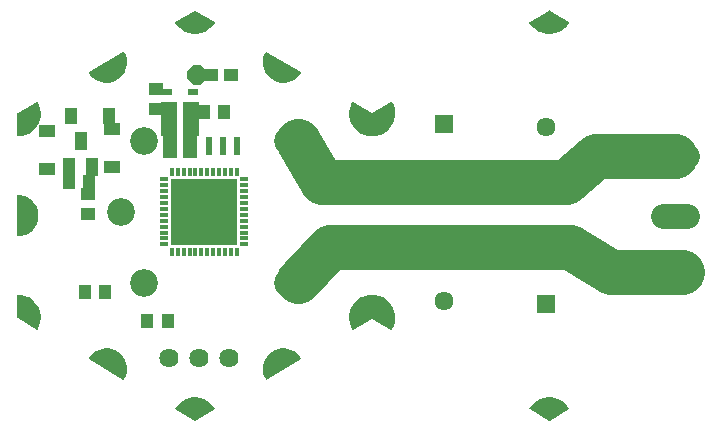
<source format=gbr>
G04 EAGLE Gerber RS-274X export*
G75*
%MOMM*%
%FSLAX34Y34*%
%LPD*%
%INSoldermask Bottom*%
%IPPOS*%
%AMOC8*
5,1,8,0,0,1.08239X$1,22.5*%
G01*
%ADD10C,3.810000*%
%ADD11C,1.101600*%
%ADD12C,2.351600*%
%ADD13R,0.501600X1.501597*%
%ADD14R,0.355600X0.651600*%
%ADD15R,0.651600X0.355600*%
%ADD16R,5.701600X5.701600*%
%ADD17P,1.759533X8X112.500000*%
%ADD18R,1.101600X1.201600*%
%ADD19R,1.201600X1.101600*%
%ADD20C,1.625600*%
%ADD21R,1.401600X1.601600*%
%ADD22R,0.901600X0.601600*%
%ADD23R,1.101600X1.501600*%
%ADD24R,1.321600X1.016600*%
%ADD25R,1.016600X1.321600*%
%ADD26R,1.609600X1.609600*%
%ADD27C,1.609600*%
%ADD28C,2.082800*%

G36*
X-786Y154416D02*
X-786Y154416D01*
X-773Y154415D01*
X2277Y154657D01*
X2310Y154667D01*
X2357Y154670D01*
X5328Y155399D01*
X5359Y155413D01*
X5405Y155424D01*
X5468Y155451D01*
X5469Y155451D01*
X6644Y155951D01*
X7820Y156450D01*
X8221Y156620D01*
X8249Y156639D01*
X8292Y156657D01*
X10880Y158290D01*
X10905Y158313D01*
X10945Y158338D01*
X13237Y160364D01*
X13258Y160391D01*
X13293Y160422D01*
X15231Y162790D01*
X15247Y162820D01*
X15277Y162856D01*
X16810Y165504D01*
X16821Y165536D01*
X16845Y165577D01*
X16898Y165716D01*
X16898Y165717D01*
X17658Y167713D01*
X17658Y167714D01*
X17848Y168213D01*
X17933Y168436D01*
X17939Y168470D01*
X17955Y168514D01*
X18571Y171511D01*
X18571Y171545D01*
X18581Y171591D01*
X18708Y174648D01*
X18702Y174681D01*
X18705Y174728D01*
X18339Y177766D01*
X18329Y177798D01*
X18323Y177845D01*
X17476Y180785D01*
X17460Y180815D01*
X17447Y180860D01*
X16139Y183626D01*
X16122Y183649D01*
X16112Y183676D01*
X16063Y183728D01*
X16020Y183785D01*
X15995Y183800D01*
X15975Y183820D01*
X15910Y183849D01*
X15848Y183885D01*
X15820Y183889D01*
X15793Y183900D01*
X15721Y183901D01*
X15651Y183910D01*
X15623Y183903D01*
X15594Y183903D01*
X15500Y183868D01*
X15459Y183857D01*
X15451Y183850D01*
X15438Y183845D01*
X-813Y174489D01*
X-17063Y183845D01*
X-17091Y183854D01*
X-17114Y183871D01*
X-17184Y183885D01*
X-17252Y183908D01*
X-17281Y183906D01*
X-17309Y183912D01*
X-17379Y183898D01*
X-17450Y183892D01*
X-17476Y183879D01*
X-17504Y183874D01*
X-17563Y183834D01*
X-17627Y183801D01*
X-17645Y183778D01*
X-17669Y183762D01*
X-17726Y183680D01*
X-17753Y183647D01*
X-17756Y183637D01*
X-17764Y183626D01*
X-19072Y180860D01*
X-19080Y180827D01*
X-19101Y180785D01*
X-19948Y177845D01*
X-19951Y177811D01*
X-19964Y177766D01*
X-20330Y174728D01*
X-20327Y174694D01*
X-20333Y174648D01*
X-20206Y171591D01*
X-20198Y171558D01*
X-20196Y171511D01*
X-19580Y168514D01*
X-19567Y168482D01*
X-19558Y168436D01*
X-18470Y165577D01*
X-18451Y165548D01*
X-18435Y165504D01*
X-16902Y162856D01*
X-16879Y162831D01*
X-16856Y162790D01*
X-14918Y160422D01*
X-14892Y160401D01*
X-14862Y160364D01*
X-12570Y158338D01*
X-12540Y158321D01*
X-12505Y158290D01*
X-9917Y156657D01*
X-9886Y156645D01*
X-9846Y156620D01*
X-7030Y155424D01*
X-6996Y155417D01*
X-6953Y155399D01*
X-3982Y154670D01*
X-3948Y154669D01*
X-3902Y154657D01*
X-852Y154415D01*
X-824Y154418D01*
X-796Y154414D01*
X-786Y154416D01*
G37*
G36*
X15754Y-9273D02*
X15754Y-9273D01*
X15825Y-9267D01*
X15851Y-9254D01*
X15879Y-9249D01*
X15938Y-9209D01*
X16002Y-9176D01*
X16020Y-9153D01*
X16044Y-9137D01*
X16101Y-9055D01*
X16128Y-9022D01*
X16131Y-9012D01*
X16139Y-9001D01*
X17447Y-6235D01*
X17455Y-6202D01*
X17476Y-6160D01*
X18323Y-3220D01*
X18326Y-3186D01*
X18339Y-3141D01*
X18705Y-103D01*
X18702Y-69D01*
X18708Y-23D01*
X18581Y3034D01*
X18573Y3067D01*
X18571Y3114D01*
X17955Y6111D01*
X17942Y6143D01*
X17933Y6189D01*
X16845Y9048D01*
X16826Y9077D01*
X16810Y9121D01*
X15277Y11769D01*
X15254Y11794D01*
X15231Y11835D01*
X13293Y14203D01*
X13267Y14224D01*
X13237Y14261D01*
X10945Y16287D01*
X10915Y16304D01*
X10880Y16335D01*
X8292Y17968D01*
X8261Y17980D01*
X8221Y18005D01*
X5405Y19201D01*
X5371Y19208D01*
X5328Y19226D01*
X2357Y19955D01*
X2323Y19956D01*
X2277Y19968D01*
X-773Y20210D01*
X-801Y20207D01*
X-829Y20211D01*
X-839Y20209D01*
X-852Y20210D01*
X-3902Y19968D01*
X-3935Y19958D01*
X-3982Y19955D01*
X-6953Y19226D01*
X-6984Y19212D01*
X-7030Y19201D01*
X-7194Y19131D01*
X-8370Y18632D01*
X-9546Y18132D01*
X-9846Y18005D01*
X-9874Y17986D01*
X-9917Y17968D01*
X-12505Y16335D01*
X-12530Y16312D01*
X-12570Y16287D01*
X-14862Y14261D01*
X-14883Y14234D01*
X-14918Y14203D01*
X-16856Y11835D01*
X-16872Y11805D01*
X-16902Y11769D01*
X-18435Y9121D01*
X-18446Y9089D01*
X-18470Y9048D01*
X-19558Y6189D01*
X-19564Y6155D01*
X-19580Y6111D01*
X-20196Y3114D01*
X-20196Y3080D01*
X-20206Y3034D01*
X-20333Y-23D01*
X-20327Y-56D01*
X-20330Y-103D01*
X-19964Y-3141D01*
X-19954Y-3173D01*
X-19948Y-3220D01*
X-19101Y-6160D01*
X-19085Y-6190D01*
X-19072Y-6235D01*
X-17764Y-9001D01*
X-17747Y-9024D01*
X-17737Y-9051D01*
X-17688Y-9103D01*
X-17645Y-9160D01*
X-17620Y-9175D01*
X-17600Y-9195D01*
X-17535Y-9224D01*
X-17473Y-9260D01*
X-17445Y-9264D01*
X-17418Y-9275D01*
X-17346Y-9276D01*
X-17276Y-9285D01*
X-17248Y-9278D01*
X-17219Y-9278D01*
X-17125Y-9243D01*
X-17084Y-9232D01*
X-17076Y-9225D01*
X-17063Y-9220D01*
X-813Y136D01*
X15438Y-9220D01*
X15466Y-9229D01*
X15489Y-9246D01*
X15559Y-9260D01*
X15627Y-9283D01*
X15656Y-9281D01*
X15684Y-9287D01*
X15754Y-9273D01*
G37*
G36*
X-300785Y69816D02*
X-300785Y69816D01*
X-300771Y69815D01*
X-297973Y70047D01*
X-297940Y70057D01*
X-297892Y70060D01*
X-295170Y70750D01*
X-295139Y70765D01*
X-295092Y70776D01*
X-292521Y71904D01*
X-292493Y71924D01*
X-292448Y71943D01*
X-290098Y73479D01*
X-290073Y73504D01*
X-290033Y73530D01*
X-287967Y75431D01*
X-287955Y75448D01*
X-287942Y75457D01*
X-287932Y75473D01*
X-287911Y75492D01*
X-286187Y77708D01*
X-286171Y77739D01*
X-286142Y77777D01*
X-284805Y80246D01*
X-284795Y80279D01*
X-284772Y80322D01*
X-283861Y82977D01*
X-283856Y83012D01*
X-283840Y83057D01*
X-283378Y85826D01*
X-283379Y85861D01*
X-283371Y85909D01*
X-283371Y88716D01*
X-283378Y88750D01*
X-283378Y88799D01*
X-283840Y91568D01*
X-283853Y91600D01*
X-283861Y91648D01*
X-284772Y94303D01*
X-284790Y94333D01*
X-284805Y94379D01*
X-286142Y96848D01*
X-286164Y96875D01*
X-286187Y96917D01*
X-287911Y99133D01*
X-287938Y99156D01*
X-287967Y99194D01*
X-290033Y101095D01*
X-290062Y101113D01*
X-290098Y101146D01*
X-292448Y102682D01*
X-292481Y102694D01*
X-292521Y102721D01*
X-295092Y103849D01*
X-295126Y103856D01*
X-295170Y103875D01*
X-297892Y104565D01*
X-297927Y104566D01*
X-297973Y104578D01*
X-300771Y104810D01*
X-300800Y104807D01*
X-300829Y104811D01*
X-300898Y104795D01*
X-300969Y104787D01*
X-300994Y104772D01*
X-301022Y104765D01*
X-301080Y104723D01*
X-301141Y104688D01*
X-301159Y104665D01*
X-301183Y104648D01*
X-301219Y104587D01*
X-301262Y104530D01*
X-301269Y104502D01*
X-301284Y104477D01*
X-301301Y104378D01*
X-301311Y104337D01*
X-301309Y104326D01*
X-301312Y104313D01*
X-301312Y70313D01*
X-301306Y70284D01*
X-301308Y70255D01*
X-301286Y70187D01*
X-301272Y70118D01*
X-301256Y70094D01*
X-301247Y70066D01*
X-301200Y70012D01*
X-301160Y69954D01*
X-301135Y69938D01*
X-301116Y69916D01*
X-301052Y69885D01*
X-300992Y69847D01*
X-300963Y69842D01*
X-300937Y69829D01*
X-300838Y69821D01*
X-300796Y69814D01*
X-300785Y69816D01*
G37*
G36*
X-211046Y-51573D02*
X-211046Y-51573D01*
X-210976Y-51568D01*
X-210950Y-51554D01*
X-210921Y-51549D01*
X-210862Y-51509D01*
X-210799Y-51476D01*
X-210780Y-51454D01*
X-210756Y-51437D01*
X-210699Y-51356D01*
X-210672Y-51323D01*
X-210669Y-51312D01*
X-210661Y-51301D01*
X-209463Y-48765D01*
X-209454Y-48732D01*
X-209434Y-48688D01*
X-208669Y-45990D01*
X-208666Y-45956D01*
X-208653Y-45909D01*
X-208343Y-43122D01*
X-208345Y-43093D01*
X-208343Y-43083D01*
X-208345Y-43078D01*
X-208340Y-43039D01*
X-208493Y-40239D01*
X-208502Y-40206D01*
X-208504Y-40157D01*
X-209116Y-37420D01*
X-209130Y-37389D01*
X-209140Y-37342D01*
X-210194Y-34743D01*
X-210213Y-34714D01*
X-210231Y-34669D01*
X-211698Y-32279D01*
X-211722Y-32253D01*
X-211747Y-32212D01*
X-213587Y-30096D01*
X-213615Y-30075D01*
X-213646Y-30039D01*
X-215810Y-28254D01*
X-215841Y-28238D01*
X-215878Y-28207D01*
X-218306Y-26804D01*
X-218338Y-26793D01*
X-218380Y-26768D01*
X-221006Y-25783D01*
X-221040Y-25778D01*
X-221085Y-25761D01*
X-223837Y-25221D01*
X-223872Y-25222D01*
X-223919Y-25212D01*
X-226723Y-25133D01*
X-226757Y-25139D01*
X-226805Y-25138D01*
X-229583Y-25521D01*
X-229616Y-25532D01*
X-229664Y-25539D01*
X-232341Y-26374D01*
X-232371Y-26391D01*
X-232417Y-26405D01*
X-234920Y-27670D01*
X-234948Y-27691D01*
X-234991Y-27713D01*
X-237251Y-29373D01*
X-237275Y-29398D01*
X-237314Y-29427D01*
X-239271Y-31436D01*
X-239289Y-31465D01*
X-239323Y-31499D01*
X-240923Y-33803D01*
X-240934Y-33830D01*
X-240953Y-33852D01*
X-240973Y-33920D01*
X-241001Y-33985D01*
X-241001Y-34015D01*
X-241010Y-34043D01*
X-241002Y-34113D01*
X-241002Y-34184D01*
X-240991Y-34211D01*
X-240988Y-34240D01*
X-240953Y-34302D01*
X-240926Y-34368D01*
X-240905Y-34388D01*
X-240891Y-34414D01*
X-240814Y-34477D01*
X-240784Y-34507D01*
X-240773Y-34511D01*
X-240762Y-34520D01*
X-211362Y-51520D01*
X-211335Y-51529D01*
X-211311Y-51546D01*
X-211241Y-51560D01*
X-211174Y-51583D01*
X-211145Y-51581D01*
X-211116Y-51587D01*
X-211046Y-51573D01*
G37*
G36*
X-223919Y199837D02*
X-223919Y199837D01*
X-223885Y199845D01*
X-223837Y199846D01*
X-221085Y200386D01*
X-221053Y200399D01*
X-221006Y200408D01*
X-218380Y201393D01*
X-218351Y201412D01*
X-218306Y201429D01*
X-215878Y202832D01*
X-215852Y202855D01*
X-215810Y202879D01*
X-213646Y204664D01*
X-213625Y204691D01*
X-213587Y204721D01*
X-211747Y206837D01*
X-211730Y206868D01*
X-211698Y206904D01*
X-210231Y209294D01*
X-210219Y209327D01*
X-210194Y209368D01*
X-209140Y211967D01*
X-209134Y212001D01*
X-209116Y212045D01*
X-208504Y214782D01*
X-208503Y214817D01*
X-208493Y214864D01*
X-208340Y217664D01*
X-208345Y217699D01*
X-208343Y217747D01*
X-208653Y220534D01*
X-208663Y220567D01*
X-208669Y220615D01*
X-209434Y223313D01*
X-209450Y223344D01*
X-209463Y223390D01*
X-210661Y225926D01*
X-210679Y225949D01*
X-210689Y225977D01*
X-210738Y226028D01*
X-210780Y226085D01*
X-210805Y226100D01*
X-210825Y226121D01*
X-210891Y226149D01*
X-210952Y226185D01*
X-210981Y226189D01*
X-211008Y226201D01*
X-211079Y226201D01*
X-211149Y226210D01*
X-211177Y226203D01*
X-211207Y226203D01*
X-211299Y226168D01*
X-211341Y226157D01*
X-211350Y226150D01*
X-211362Y226145D01*
X-240762Y209145D01*
X-240784Y209125D01*
X-240811Y209113D01*
X-240858Y209060D01*
X-240911Y209013D01*
X-240924Y208987D01*
X-240943Y208965D01*
X-240966Y208897D01*
X-240997Y208833D01*
X-240998Y208804D01*
X-241008Y208777D01*
X-241003Y208706D01*
X-241006Y208635D01*
X-240995Y208607D01*
X-240993Y208578D01*
X-240951Y208488D01*
X-240936Y208448D01*
X-240929Y208440D01*
X-240923Y208428D01*
X-239323Y206124D01*
X-239298Y206100D01*
X-239271Y206061D01*
X-237314Y204052D01*
X-237285Y204032D01*
X-237251Y203998D01*
X-234991Y202338D01*
X-234959Y202324D01*
X-234920Y202295D01*
X-232417Y201030D01*
X-232384Y201021D01*
X-232341Y200999D01*
X-229664Y200164D01*
X-229629Y200160D01*
X-229583Y200146D01*
X-226805Y199763D01*
X-226770Y199765D01*
X-226723Y199758D01*
X-223919Y199837D01*
G37*
G36*
X-90448Y-51578D02*
X-90448Y-51578D01*
X-90418Y-51578D01*
X-90326Y-51543D01*
X-90284Y-51532D01*
X-90276Y-51525D01*
X-90263Y-51520D01*
X-60863Y-34520D01*
X-60841Y-34500D01*
X-60814Y-34488D01*
X-60767Y-34435D01*
X-60714Y-34388D01*
X-60701Y-34362D01*
X-60682Y-34340D01*
X-60659Y-34272D01*
X-60628Y-34208D01*
X-60627Y-34179D01*
X-60617Y-34152D01*
X-60622Y-34081D01*
X-60619Y-34010D01*
X-60630Y-33982D01*
X-60632Y-33953D01*
X-60674Y-33863D01*
X-60689Y-33823D01*
X-60697Y-33815D01*
X-60702Y-33803D01*
X-62302Y-31499D01*
X-62327Y-31475D01*
X-62354Y-31436D01*
X-64311Y-29427D01*
X-64340Y-29407D01*
X-64374Y-29373D01*
X-66634Y-27713D01*
X-66666Y-27699D01*
X-66705Y-27670D01*
X-69208Y-26405D01*
X-69241Y-26396D01*
X-69284Y-26374D01*
X-71961Y-25539D01*
X-71996Y-25535D01*
X-72042Y-25521D01*
X-74820Y-25138D01*
X-74855Y-25140D01*
X-74902Y-25133D01*
X-77706Y-25212D01*
X-77740Y-25220D01*
X-77788Y-25221D01*
X-80540Y-25761D01*
X-80572Y-25774D01*
X-80619Y-25783D01*
X-83245Y-26768D01*
X-83274Y-26787D01*
X-83319Y-26804D01*
X-85747Y-28207D01*
X-85773Y-28230D01*
X-85815Y-28254D01*
X-87979Y-30039D01*
X-88000Y-30066D01*
X-88038Y-30096D01*
X-89878Y-32212D01*
X-89895Y-32243D01*
X-89927Y-32279D01*
X-91394Y-34669D01*
X-91406Y-34702D01*
X-91431Y-34743D01*
X-92485Y-37342D01*
X-92491Y-37376D01*
X-92509Y-37420D01*
X-93121Y-40157D01*
X-93122Y-40192D01*
X-93132Y-40239D01*
X-93285Y-43039D01*
X-93280Y-43074D01*
X-93283Y-43122D01*
X-92972Y-45909D01*
X-92962Y-45942D01*
X-92956Y-45990D01*
X-92191Y-48688D01*
X-92176Y-48719D01*
X-92162Y-48765D01*
X-90964Y-51301D01*
X-90946Y-51324D01*
X-90936Y-51352D01*
X-90887Y-51403D01*
X-90845Y-51460D01*
X-90820Y-51475D01*
X-90800Y-51496D01*
X-90734Y-51524D01*
X-90673Y-51560D01*
X-90644Y-51564D01*
X-90617Y-51576D01*
X-90546Y-51576D01*
X-90476Y-51585D01*
X-90448Y-51578D01*
G37*
G36*
X-74868Y199764D02*
X-74868Y199764D01*
X-74820Y199763D01*
X-72042Y200146D01*
X-72009Y200157D01*
X-71961Y200164D01*
X-69284Y200999D01*
X-69254Y201016D01*
X-69208Y201030D01*
X-66705Y202295D01*
X-66677Y202316D01*
X-66634Y202338D01*
X-64374Y203998D01*
X-64350Y204023D01*
X-64311Y204052D01*
X-62354Y206061D01*
X-62336Y206090D01*
X-62302Y206124D01*
X-60702Y208428D01*
X-60691Y208455D01*
X-60672Y208477D01*
X-60652Y208545D01*
X-60624Y208610D01*
X-60624Y208640D01*
X-60615Y208668D01*
X-60623Y208738D01*
X-60623Y208809D01*
X-60634Y208836D01*
X-60637Y208865D01*
X-60672Y208927D01*
X-60699Y208993D01*
X-60720Y209013D01*
X-60734Y209039D01*
X-60811Y209102D01*
X-60841Y209132D01*
X-60852Y209136D01*
X-60863Y209145D01*
X-90263Y226145D01*
X-90290Y226154D01*
X-90314Y226171D01*
X-90384Y226185D01*
X-90451Y226208D01*
X-90480Y226206D01*
X-90509Y226212D01*
X-90579Y226198D01*
X-90649Y226193D01*
X-90675Y226179D01*
X-90704Y226174D01*
X-90763Y226134D01*
X-90826Y226101D01*
X-90845Y226079D01*
X-90869Y226062D01*
X-90926Y225981D01*
X-90953Y225948D01*
X-90956Y225937D01*
X-90964Y225926D01*
X-92162Y223390D01*
X-92171Y223357D01*
X-92191Y223313D01*
X-92956Y220615D01*
X-92959Y220581D01*
X-92972Y220534D01*
X-93283Y217747D01*
X-93280Y217719D01*
X-93281Y217714D01*
X-93280Y217709D01*
X-93285Y217664D01*
X-93132Y214864D01*
X-93123Y214831D01*
X-93121Y214782D01*
X-92509Y212045D01*
X-92495Y212014D01*
X-92485Y211967D01*
X-91431Y209368D01*
X-91412Y209339D01*
X-91394Y209294D01*
X-89927Y206904D01*
X-89903Y206878D01*
X-89878Y206837D01*
X-88038Y204721D01*
X-88010Y204700D01*
X-87979Y204664D01*
X-85815Y202879D01*
X-85784Y202863D01*
X-85747Y202832D01*
X-83319Y201429D01*
X-83287Y201418D01*
X-83245Y201393D01*
X-80619Y200408D01*
X-80585Y200403D01*
X-80540Y200386D01*
X-77788Y199846D01*
X-77753Y199847D01*
X-77706Y199837D01*
X-74902Y199758D01*
X-74868Y199764D01*
G37*
G36*
X-300804Y154377D02*
X-300804Y154377D01*
X-300791Y154375D01*
X-297734Y154622D01*
X-297702Y154632D01*
X-297655Y154635D01*
X-294678Y155369D01*
X-294647Y155383D01*
X-294602Y155394D01*
X-291781Y156596D01*
X-291753Y156615D01*
X-291710Y156633D01*
X-289118Y158272D01*
X-289094Y158296D01*
X-289054Y158321D01*
X-286759Y160354D01*
X-286739Y160381D01*
X-286703Y160412D01*
X-284764Y162787D01*
X-284748Y162817D01*
X-284719Y162853D01*
X-283185Y165508D01*
X-283175Y165541D01*
X-283151Y165581D01*
X-282064Y168448D01*
X-282058Y168481D01*
X-282041Y168525D01*
X-281428Y171529D01*
X-281428Y171563D01*
X-281418Y171609D01*
X-281295Y174673D01*
X-281300Y174706D01*
X-281298Y174753D01*
X-281668Y177797D01*
X-281678Y177829D01*
X-281684Y177876D01*
X-282537Y180821D01*
X-282553Y180851D01*
X-282565Y180896D01*
X-283880Y183666D01*
X-283897Y183689D01*
X-283907Y183716D01*
X-283956Y183768D01*
X-283999Y183825D01*
X-284024Y183840D01*
X-284044Y183861D01*
X-284109Y183889D01*
X-284171Y183925D01*
X-284200Y183929D01*
X-284226Y183940D01*
X-284298Y183941D01*
X-284368Y183950D01*
X-284396Y183942D01*
X-284425Y183942D01*
X-284519Y183907D01*
X-284560Y183896D01*
X-284568Y183889D01*
X-284581Y183884D01*
X-301058Y174345D01*
X-301116Y174293D01*
X-301178Y174248D01*
X-301190Y174228D01*
X-301207Y174213D01*
X-301240Y174143D01*
X-301279Y174077D01*
X-301284Y174052D01*
X-301293Y174033D01*
X-301295Y173989D01*
X-301307Y173913D01*
X-301330Y154874D01*
X-301324Y154845D01*
X-301327Y154816D01*
X-301305Y154749D01*
X-301291Y154679D01*
X-301274Y154655D01*
X-301265Y154627D01*
X-301219Y154573D01*
X-301178Y154515D01*
X-301154Y154499D01*
X-301135Y154477D01*
X-301071Y154446D01*
X-301011Y154407D01*
X-300982Y154403D01*
X-300956Y154390D01*
X-300857Y154381D01*
X-300815Y154374D01*
X-300804Y154377D01*
G37*
G36*
X-284265Y-9313D02*
X-284265Y-9313D01*
X-284194Y-9307D01*
X-284169Y-9294D01*
X-284140Y-9288D01*
X-284081Y-9248D01*
X-284018Y-9216D01*
X-283999Y-9193D01*
X-283975Y-9177D01*
X-283918Y-9095D01*
X-283891Y-9063D01*
X-283888Y-9052D01*
X-283880Y-9041D01*
X-282565Y-6271D01*
X-282557Y-6238D01*
X-282537Y-6196D01*
X-281684Y-3251D01*
X-281681Y-3217D01*
X-281668Y-3172D01*
X-281298Y-128D01*
X-281301Y-94D01*
X-281295Y-48D01*
X-281418Y3016D01*
X-281426Y3049D01*
X-281428Y3096D01*
X-282041Y6100D01*
X-282055Y6131D01*
X-282064Y6177D01*
X-283151Y9044D01*
X-283169Y9073D01*
X-283185Y9117D01*
X-284719Y11772D01*
X-284741Y11798D01*
X-284764Y11838D01*
X-286703Y14213D01*
X-286730Y14235D01*
X-286759Y14271D01*
X-289054Y16305D01*
X-289083Y16321D01*
X-289118Y16353D01*
X-291710Y17992D01*
X-291742Y18004D01*
X-291781Y18029D01*
X-294602Y19231D01*
X-294635Y19238D01*
X-294678Y19256D01*
X-297655Y19990D01*
X-297689Y19991D01*
X-297734Y20003D01*
X-300791Y20250D01*
X-300819Y20246D01*
X-300848Y20251D01*
X-300917Y20234D01*
X-300988Y20226D01*
X-301013Y20211D01*
X-301041Y20205D01*
X-301099Y20162D01*
X-301161Y20127D01*
X-301178Y20104D01*
X-301201Y20087D01*
X-301238Y20025D01*
X-301281Y19968D01*
X-301288Y19940D01*
X-301303Y19915D01*
X-301319Y19817D01*
X-301330Y19776D01*
X-301328Y19765D01*
X-301330Y19751D01*
X-301307Y712D01*
X-301292Y637D01*
X-301284Y560D01*
X-301272Y540D01*
X-301268Y517D01*
X-301224Y454D01*
X-301186Y387D01*
X-301166Y370D01*
X-301155Y353D01*
X-301117Y329D01*
X-301058Y280D01*
X-284581Y-9259D01*
X-284554Y-9268D01*
X-284530Y-9285D01*
X-284460Y-9300D01*
X-284393Y-9322D01*
X-284364Y-9320D01*
X-284335Y-9326D01*
X-284265Y-9313D01*
G37*
G36*
X149204Y-86377D02*
X149204Y-86377D01*
X149281Y-86378D01*
X149305Y-86369D01*
X149325Y-86367D01*
X149365Y-86347D01*
X149437Y-86320D01*
X165937Y-76820D01*
X165958Y-76801D01*
X165985Y-76789D01*
X166019Y-76751D01*
X166022Y-76749D01*
X166024Y-76745D01*
X166032Y-76736D01*
X166086Y-76689D01*
X166098Y-76663D01*
X166118Y-76641D01*
X166141Y-76574D01*
X166172Y-76509D01*
X166173Y-76480D01*
X166182Y-76453D01*
X166178Y-76382D01*
X166181Y-76311D01*
X166171Y-76284D01*
X166169Y-76255D01*
X166126Y-76164D01*
X166112Y-76124D01*
X166104Y-76116D01*
X166098Y-76104D01*
X164357Y-73580D01*
X164332Y-73557D01*
X164306Y-73518D01*
X162182Y-71307D01*
X162154Y-71288D01*
X162122Y-71254D01*
X159670Y-69412D01*
X159640Y-69397D01*
X159602Y-69369D01*
X156887Y-67944D01*
X156855Y-67934D01*
X156814Y-67912D01*
X153905Y-66941D01*
X153879Y-66938D01*
X153870Y-66937D01*
X153827Y-66922D01*
X150801Y-66430D01*
X150767Y-66432D01*
X150721Y-66424D01*
X147654Y-66424D01*
X147621Y-66431D01*
X147574Y-66430D01*
X144548Y-66922D01*
X144516Y-66934D01*
X144470Y-66941D01*
X141561Y-67912D01*
X141532Y-67929D01*
X141488Y-67944D01*
X138773Y-69369D01*
X138746Y-69390D01*
X138705Y-69412D01*
X136253Y-71254D01*
X136231Y-71279D01*
X136193Y-71307D01*
X134069Y-73518D01*
X134051Y-73547D01*
X134018Y-73580D01*
X132277Y-76104D01*
X132265Y-76131D01*
X132247Y-76153D01*
X132227Y-76221D01*
X132199Y-76287D01*
X132198Y-76316D01*
X132190Y-76343D01*
X132198Y-76415D01*
X132198Y-76486D01*
X132209Y-76512D01*
X132212Y-76541D01*
X132248Y-76603D01*
X132275Y-76669D01*
X132296Y-76689D01*
X132310Y-76714D01*
X132373Y-76766D01*
X132377Y-76772D01*
X132387Y-76777D01*
X132387Y-76778D01*
X132418Y-76808D01*
X132428Y-76812D01*
X132438Y-76820D01*
X148938Y-86320D01*
X149011Y-86344D01*
X149082Y-86375D01*
X149105Y-86376D01*
X149127Y-86383D01*
X149204Y-86377D01*
G37*
G36*
X-150796Y-86377D02*
X-150796Y-86377D01*
X-150719Y-86378D01*
X-150695Y-86369D01*
X-150675Y-86367D01*
X-150635Y-86347D01*
X-150563Y-86320D01*
X-134063Y-76820D01*
X-134042Y-76801D01*
X-134015Y-76789D01*
X-133981Y-76751D01*
X-133978Y-76749D01*
X-133976Y-76745D01*
X-133968Y-76736D01*
X-133914Y-76689D01*
X-133902Y-76663D01*
X-133882Y-76641D01*
X-133859Y-76574D01*
X-133828Y-76509D01*
X-133827Y-76480D01*
X-133818Y-76453D01*
X-133822Y-76382D01*
X-133819Y-76311D01*
X-133829Y-76284D01*
X-133831Y-76255D01*
X-133874Y-76164D01*
X-133888Y-76124D01*
X-133896Y-76116D01*
X-133902Y-76104D01*
X-135643Y-73580D01*
X-135668Y-73557D01*
X-135694Y-73518D01*
X-137818Y-71307D01*
X-137846Y-71288D01*
X-137878Y-71254D01*
X-140330Y-69412D01*
X-140360Y-69397D01*
X-140398Y-69369D01*
X-143113Y-67944D01*
X-143145Y-67934D01*
X-143186Y-67912D01*
X-146095Y-66941D01*
X-146121Y-66938D01*
X-146131Y-66937D01*
X-146173Y-66922D01*
X-149199Y-66430D01*
X-149233Y-66432D01*
X-149279Y-66424D01*
X-152346Y-66424D01*
X-152379Y-66431D01*
X-152426Y-66430D01*
X-155452Y-66922D01*
X-155484Y-66934D01*
X-155530Y-66941D01*
X-158439Y-67912D01*
X-158468Y-67929D01*
X-158512Y-67944D01*
X-161227Y-69369D01*
X-161254Y-69390D01*
X-161295Y-69412D01*
X-163747Y-71254D01*
X-163769Y-71279D01*
X-163807Y-71307D01*
X-165931Y-73518D01*
X-165949Y-73547D01*
X-165982Y-73580D01*
X-167723Y-76104D01*
X-167735Y-76131D01*
X-167753Y-76153D01*
X-167774Y-76221D01*
X-167801Y-76287D01*
X-167802Y-76316D01*
X-167810Y-76343D01*
X-167802Y-76415D01*
X-167802Y-76486D01*
X-167791Y-76512D01*
X-167788Y-76541D01*
X-167753Y-76603D01*
X-167725Y-76669D01*
X-167704Y-76689D01*
X-167690Y-76714D01*
X-167627Y-76766D01*
X-167623Y-76772D01*
X-167613Y-76777D01*
X-167613Y-76778D01*
X-167582Y-76808D01*
X-167572Y-76812D01*
X-167562Y-76820D01*
X-151062Y-86320D01*
X-150989Y-86344D01*
X-150918Y-86375D01*
X-150895Y-86376D01*
X-150873Y-86383D01*
X-150796Y-86377D01*
G37*
G36*
X-149246Y241056D02*
X-149246Y241056D01*
X-149199Y241055D01*
X-146173Y241547D01*
X-146141Y241559D01*
X-146095Y241566D01*
X-143186Y242537D01*
X-143157Y242554D01*
X-143113Y242569D01*
X-140398Y243994D01*
X-140371Y244015D01*
X-140330Y244037D01*
X-137878Y245879D01*
X-137856Y245904D01*
X-137818Y245932D01*
X-135694Y248143D01*
X-135676Y248172D01*
X-135643Y248205D01*
X-133902Y250729D01*
X-133890Y250756D01*
X-133872Y250778D01*
X-133852Y250846D01*
X-133824Y250912D01*
X-133823Y250941D01*
X-133815Y250968D01*
X-133823Y251040D01*
X-133823Y251111D01*
X-133834Y251137D01*
X-133837Y251166D01*
X-133873Y251228D01*
X-133900Y251294D01*
X-133921Y251314D01*
X-133935Y251339D01*
X-134012Y251403D01*
X-134043Y251433D01*
X-134053Y251437D01*
X-134063Y251445D01*
X-150563Y260945D01*
X-150636Y260969D01*
X-150707Y261000D01*
X-150730Y261001D01*
X-150752Y261008D01*
X-150829Y261002D01*
X-150906Y261003D01*
X-150930Y260994D01*
X-150950Y260992D01*
X-150990Y260972D01*
X-151062Y260945D01*
X-167562Y251445D01*
X-167583Y251426D01*
X-167610Y251414D01*
X-167657Y251361D01*
X-167711Y251314D01*
X-167723Y251288D01*
X-167743Y251266D01*
X-167766Y251199D01*
X-167797Y251134D01*
X-167798Y251105D01*
X-167807Y251078D01*
X-167803Y251007D01*
X-167806Y250936D01*
X-167796Y250909D01*
X-167794Y250880D01*
X-167751Y250789D01*
X-167737Y250749D01*
X-167729Y250741D01*
X-167723Y250729D01*
X-165982Y248205D01*
X-165957Y248182D01*
X-165931Y248143D01*
X-163807Y245932D01*
X-163779Y245913D01*
X-163747Y245879D01*
X-161295Y244037D01*
X-161265Y244022D01*
X-161227Y243994D01*
X-158512Y242569D01*
X-158480Y242559D01*
X-158439Y242537D01*
X-155530Y241566D01*
X-155496Y241562D01*
X-155452Y241547D01*
X-152426Y241055D01*
X-152392Y241057D01*
X-152346Y241049D01*
X-149279Y241049D01*
X-149246Y241056D01*
G37*
G36*
X150754Y241056D02*
X150754Y241056D01*
X150801Y241055D01*
X153827Y241547D01*
X153859Y241559D01*
X153905Y241566D01*
X156814Y242537D01*
X156843Y242554D01*
X156887Y242569D01*
X159602Y243994D01*
X159629Y244015D01*
X159670Y244037D01*
X162122Y245879D01*
X162144Y245904D01*
X162182Y245932D01*
X164306Y248143D01*
X164324Y248172D01*
X164357Y248205D01*
X166098Y250729D01*
X166110Y250756D01*
X166128Y250778D01*
X166149Y250846D01*
X166176Y250912D01*
X166177Y250941D01*
X166185Y250968D01*
X166177Y251040D01*
X166177Y251111D01*
X166166Y251137D01*
X166163Y251166D01*
X166128Y251228D01*
X166100Y251294D01*
X166079Y251314D01*
X166065Y251339D01*
X165988Y251403D01*
X165957Y251433D01*
X165947Y251437D01*
X165937Y251445D01*
X149437Y260945D01*
X149364Y260969D01*
X149293Y261000D01*
X149270Y261001D01*
X149248Y261008D01*
X149171Y261002D01*
X149094Y261003D01*
X149070Y260994D01*
X149050Y260992D01*
X149010Y260972D01*
X148938Y260945D01*
X132438Y251445D01*
X132417Y251426D01*
X132390Y251414D01*
X132343Y251361D01*
X132289Y251314D01*
X132277Y251288D01*
X132257Y251266D01*
X132234Y251199D01*
X132203Y251134D01*
X132202Y251105D01*
X132193Y251078D01*
X132197Y251007D01*
X132194Y250936D01*
X132204Y250909D01*
X132206Y250880D01*
X132249Y250789D01*
X132263Y250749D01*
X132271Y250741D01*
X132277Y250729D01*
X134018Y248205D01*
X134043Y248182D01*
X134069Y248143D01*
X136193Y245932D01*
X136221Y245913D01*
X136253Y245879D01*
X138705Y244037D01*
X138735Y244022D01*
X138773Y243994D01*
X141488Y242569D01*
X141520Y242559D01*
X141561Y242537D01*
X144470Y241566D01*
X144504Y241562D01*
X144548Y241547D01*
X147574Y241055D01*
X147608Y241057D01*
X147654Y241049D01*
X150721Y241049D01*
X150754Y241056D01*
G37*
D10*
X255588Y138113D02*
X188913Y138113D01*
X163513Y115888D01*
X-42863Y115888D01*
X-63500Y150813D01*
X201613Y39688D02*
X261938Y39688D01*
X201613Y39688D02*
X166688Y60325D01*
X-36513Y60325D01*
X-63500Y31750D01*
D11*
X-150813Y252513D03*
X-93Y164833D03*
X-93Y9793D03*
X-150813Y-77888D03*
X-222313Y211213D03*
X-79313Y211213D03*
X-79313Y-36588D03*
X-222313Y-36588D03*
X149188Y252513D03*
X149188Y-77888D03*
X-293880Y169913D03*
X-293880Y4713D03*
X-293913Y87313D03*
D12*
X-213675Y90163D03*
X-193675Y30163D03*
X-71675Y30163D03*
X-71675Y150163D03*
X-193675Y150163D03*
D13*
X-115000Y146050D03*
X-127000Y146050D03*
X-139000Y146050D03*
D14*
X-170382Y124288D03*
X-165381Y124288D03*
X-160379Y124288D03*
X-155378Y124288D03*
X-150377Y124288D03*
X-145376Y124288D03*
X-140374Y124288D03*
X-135373Y124288D03*
X-130372Y124288D03*
X-125371Y124288D03*
X-120369Y124288D03*
X-115368Y124288D03*
D15*
X-109075Y117995D03*
X-109075Y112994D03*
X-109075Y107992D03*
X-109075Y102991D03*
X-109075Y97990D03*
X-109075Y92989D03*
X-109075Y87987D03*
X-109075Y82986D03*
X-109075Y77985D03*
X-109075Y72984D03*
X-109075Y67982D03*
X-109075Y62981D03*
D14*
X-115368Y56688D03*
X-120369Y56688D03*
X-125371Y56688D03*
X-130372Y56688D03*
X-135373Y56688D03*
X-140374Y56688D03*
X-145376Y56688D03*
X-150377Y56688D03*
X-155378Y56688D03*
X-160379Y56688D03*
X-165381Y56688D03*
X-170382Y56688D03*
D15*
X-176675Y62981D03*
X-176675Y67982D03*
X-176675Y72984D03*
X-176675Y77985D03*
X-176675Y82986D03*
X-176675Y87987D03*
X-176675Y92989D03*
X-176675Y97990D03*
X-176675Y102991D03*
X-176675Y107992D03*
X-176675Y112994D03*
X-176675Y117995D03*
D16*
X-142875Y90488D03*
D17*
X-149225Y206375D03*
D18*
X-227013Y22225D03*
X-244013Y22225D03*
D19*
X-137088Y206375D03*
X-120088Y206375D03*
D18*
X-191063Y-1588D03*
X-174063Y-1588D03*
D20*
X-173038Y-33338D03*
X-147638Y-33338D03*
X-122238Y-33338D03*
D21*
X-172988Y176213D03*
X-153988Y176213D03*
D19*
X-172013Y150813D03*
X-155013Y150813D03*
D18*
X-126438Y174625D03*
X-143438Y174625D03*
D19*
X-172013Y141288D03*
X-155013Y141288D03*
X-184150Y194238D03*
X-184150Y177238D03*
D22*
X-174513Y192088D03*
X-152513Y192088D03*
D21*
X-172988Y161925D03*
X-153988Y161925D03*
D19*
X-241300Y105338D03*
X-241300Y88338D03*
D18*
X-240738Y115888D03*
X-257738Y115888D03*
D23*
X-247650Y150700D03*
X-257150Y128700D03*
X-238150Y128700D03*
D24*
X-220663Y128088D03*
X-220663Y160838D03*
D25*
X-256088Y171450D03*
X-223338Y171450D03*
D24*
X-276225Y126500D03*
X-276225Y159250D03*
D26*
X146050Y12700D03*
D27*
X146050Y162700D03*
D26*
X60325Y165100D03*
D27*
X60325Y15100D03*
D28*
X245682Y37275D02*
X265494Y37275D01*
X265494Y87313D02*
X245682Y87313D01*
X245682Y137351D02*
X265494Y137351D01*
M02*

</source>
